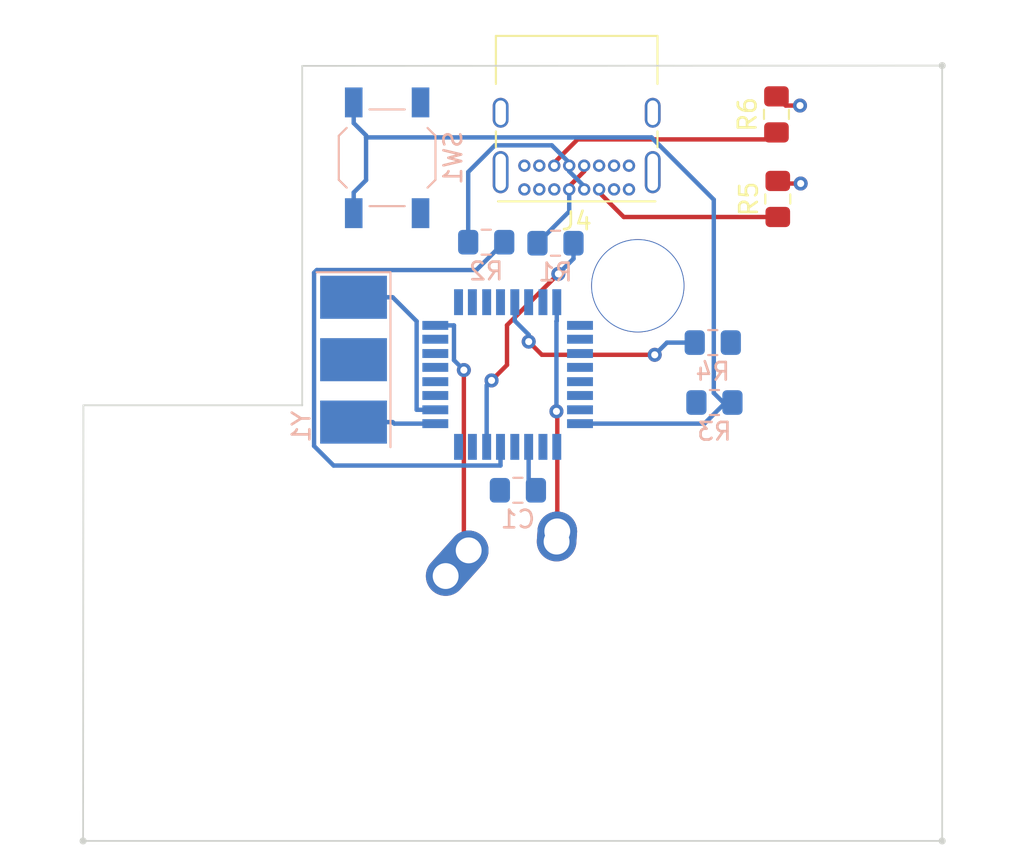
<source format=kicad_pcb>
(kicad_pcb (version 20171130) (host pcbnew "(5.1.6)-1")

  (general
    (thickness 1.6)
    (drawings 12)
    (tracks 91)
    (zones 0)
    (modules 16)
    (nets 34)
  )

  (page A2)
  (layers
    (0 F.Cu signal)
    (31 B.Cu signal)
    (32 B.Adhes user)
    (33 F.Adhes user)
    (34 B.Paste user)
    (35 F.Paste user)
    (36 B.SilkS user)
    (37 F.SilkS user hide)
    (38 B.Mask user)
    (39 F.Mask user)
    (40 Dwgs.User user hide)
    (41 Cmts.User user)
    (42 Eco1.User user)
    (43 Eco2.User user)
    (44 Edge.Cuts user)
    (45 Margin user)
    (46 B.CrtYd user)
    (47 F.CrtYd user)
    (48 B.Fab user)
    (49 F.Fab user)
  )

  (setup
    (last_trace_width 0.25)
    (user_trace_width 0.2)
    (trace_clearance 0.2)
    (zone_clearance 0.508)
    (zone_45_only no)
    (trace_min 0.2)
    (via_size 0.8)
    (via_drill 0.4)
    (via_min_size 0.4)
    (via_min_drill 0.3)
    (uvia_size 0.3)
    (uvia_drill 0.1)
    (uvias_allowed no)
    (uvia_min_size 0.2)
    (uvia_min_drill 0.1)
    (edge_width 0.1)
    (segment_width 0.2)
    (pcb_text_width 0.3)
    (pcb_text_size 1.5 1.5)
    (mod_edge_width 0.15)
    (mod_text_size 1 1)
    (mod_text_width 0.15)
    (pad_size 2.1 2.1)
    (pad_drill 2.1)
    (pad_to_mask_clearance 0)
    (aux_axis_origin 0 0)
    (visible_elements 7FFFFFFF)
    (pcbplotparams
      (layerselection 0x010fc_ffffffff)
      (usegerberextensions false)
      (usegerberattributes false)
      (usegerberadvancedattributes false)
      (creategerberjobfile false)
      (excludeedgelayer true)
      (linewidth 0.100000)
      (plotframeref false)
      (viasonmask false)
      (mode 1)
      (useauxorigin false)
      (hpglpennumber 1)
      (hpglpenspeed 20)
      (hpglpendiameter 15.000000)
      (psnegative false)
      (psa4output false)
      (plotreference true)
      (plotvalue true)
      (plotinvisibletext false)
      (padsonsilk false)
      (subtractmaskfromsilk false)
      (outputformat 1)
      (mirror false)
      (drillshape 1)
      (scaleselection 1)
      (outputdirectory ""))
  )

  (net 0 "")
  (net 1 GND)
  (net 2 VCC)
  (net 3 "Net-(C1-Pad2)")
  (net 4 "Net-(J4-PadB5)")
  (net 5 "Net-(J4-PadB8)")
  (net 6 "Net-(J4-PadA8)")
  (net 7 "Net-(J4-PadA7)")
  (net 8 "Net-(J4-PadA6)")
  (net 9 "Net-(J4-PadA5)")
  (net 10 "Net-(R1-Pad2)")
  (net 11 "Net-(R2-Pad2)")
  (net 12 "Net-(R3-Pad2)")
  (net 13 "Net-(R4-Pad1)")
  (net 14 "Net-(U1-Pad26)")
  (net 15 "Net-(U1-Pad25)")
  (net 16 "Net-(U1-Pad23)")
  (net 17 "Net-(U1-Pad22)")
  (net 18 "Net-(U1-Pad20)")
  (net 19 "Net-(U1-Pad19)")
  (net 20 "Net-(U1-Pad18)")
  (net 21 "Net-(U1-Pad17)")
  (net 22 "Net-(U1-Pad15)")
  (net 23 "Net-(U1-Pad14)")
  (net 24 "Net-(U1-Pad12)")
  (net 25 "Net-(U1-Pad11)")
  (net 26 "Net-(U1-Pad10)")
  (net 27 "Net-(U1-Pad9)")
  (net 28 "Net-(U1-Pad7)")
  (net 29 "Net-(U1-Pad6)")
  (net 30 "Net-(U1-Pad5)")
  (net 31 "Net-(U1-Pad2)")
  (net 32 "Net-(U1-Pad1)")
  (net 33 "Net-(U1-Pad21)")

  (net_class Default "This is the default net class."
    (clearance 0.2)
    (trace_width 0.25)
    (via_dia 0.8)
    (via_drill 0.4)
    (uvia_dia 0.3)
    (uvia_drill 0.1)
    (add_net GND)
    (add_net "Net-(C1-Pad2)")
    (add_net "Net-(J4-PadA5)")
    (add_net "Net-(J4-PadA6)")
    (add_net "Net-(J4-PadA7)")
    (add_net "Net-(J4-PadA8)")
    (add_net "Net-(J4-PadB5)")
    (add_net "Net-(J4-PadB8)")
    (add_net "Net-(R1-Pad2)")
    (add_net "Net-(R2-Pad2)")
    (add_net "Net-(R3-Pad2)")
    (add_net "Net-(R4-Pad1)")
    (add_net "Net-(U1-Pad1)")
    (add_net "Net-(U1-Pad10)")
    (add_net "Net-(U1-Pad11)")
    (add_net "Net-(U1-Pad12)")
    (add_net "Net-(U1-Pad14)")
    (add_net "Net-(U1-Pad15)")
    (add_net "Net-(U1-Pad17)")
    (add_net "Net-(U1-Pad18)")
    (add_net "Net-(U1-Pad19)")
    (add_net "Net-(U1-Pad2)")
    (add_net "Net-(U1-Pad20)")
    (add_net "Net-(U1-Pad21)")
    (add_net "Net-(U1-Pad22)")
    (add_net "Net-(U1-Pad23)")
    (add_net "Net-(U1-Pad25)")
    (add_net "Net-(U1-Pad26)")
    (add_net "Net-(U1-Pad5)")
    (add_net "Net-(U1-Pad6)")
    (add_net "Net-(U1-Pad7)")
    (add_net "Net-(U1-Pad9)")
    (add_net VCC)
  )

  (module MountingHole:MountingHole_2.1mm (layer F.Cu) (tedit 5B924765) (tstamp 5F0501A8)
    (at 62.47384 58.09742)
    (descr "Mounting Hole 2.1mm, no annular")
    (tags "mounting hole 2.1mm no annular")
    (attr virtual)
    (fp_text reference "" (at 0 -3.2) (layer F.SilkS)
      (effects (font (size 1 1) (thickness 0.15)))
    )
    (fp_text value MountingHole_2.1mm (at 0 3.2) (layer F.Fab)
      (effects (font (size 1 1) (thickness 0.15)))
    )
    (fp_text user %R (at 0.3 0) (layer F.Fab)
      (effects (font (size 1 1) (thickness 0.15)))
    )
    (fp_circle (center 0 0) (end 2.1 0) (layer Cmts.User) (width 0.15))
    (fp_circle (center 0 0) (end 2.35 0) (layer F.CrtYd) (width 0.05))
    (pad "" np_thru_hole circle (at 0 0) (size 2.1 2.1) (drill 2.1) (layers *.Cu *.Mask))
  )

  (module MountingHole:MountingHole_2.1mm (layer F.Cu) (tedit 5B924765) (tstamp 5F050184)
    (at 62.47384 20.12696)
    (descr "Mounting Hole 2.1mm, no annular")
    (tags "mounting hole 2.1mm no annular")
    (attr virtual)
    (fp_text reference "" (at 0 -3.2) (layer F.SilkS) hide
      (effects (font (size 1 1) (thickness 0.15)))
    )
    (fp_text value MountingHole_2.1mm (at 0 3.2) (layer F.Fab)
      (effects (font (size 1 1) (thickness 0.15)))
    )
    (fp_text user %R (at 0.3 0) (layer F.Fab)
      (effects (font (size 1 1) (thickness 0.15)))
    )
    (fp_circle (center 0 0) (end 2.1 0) (layer Cmts.User) (width 0.15))
    (fp_circle (center 0 0) (end 2.35 0) (layer F.CrtYd) (width 0.05))
    (pad "" np_thru_hole circle (at 0 0) (size 2.1 2.1) (drill 2.1) (layers *.Cu *.Mask))
  )

  (module MountingHole:MountingHole_2.1mm (layer F.Cu) (tedit 5B924765) (tstamp 5F05012C)
    (at 20.32762 58.09742)
    (descr "Mounting Hole 2.1mm, no annular")
    (tags "mounting hole 2.1mm no annular")
    (attr virtual)
    (fp_text reference "" (at 0 -3.2) (layer F.SilkS)
      (effects (font (size 1 1) (thickness 0.15)))
    )
    (fp_text value MountingHole_2.1mm (at 0 3.2) (layer F.Fab)
      (effects (font (size 1 1) (thickness 0.15)))
    )
    (fp_text user %R (at 0.3 0) (layer F.Fab)
      (effects (font (size 1 1) (thickness 0.15)))
    )
    (fp_circle (center 0 0) (end 2.1 0) (layer Cmts.User) (width 0.15))
    (fp_circle (center 0 0) (end 2.35 0) (layer F.CrtYd) (width 0.05))
    (pad "" np_thru_hole circle (at 0 0) (size 2.1 2.1) (drill 2.1) (layers *.Cu *.Mask))
  )

  (module MountingHole:MountingHole_2.1mm (layer F.Cu) (tedit 5B924765) (tstamp 5F04FE11)
    (at 20.32762 39.46398)
    (descr "Mounting Hole 2.1mm, no annular")
    (tags "mounting hole 2.1mm no annular")
    (attr virtual)
    (fp_text reference REF** (at 0 -3.2) (layer F.SilkS) hide
      (effects (font (size 1 1) (thickness 0.15)))
    )
    (fp_text value MountingHole_2.1mm (at 0 3.2) (layer F.Fab)
      (effects (font (size 1 1) (thickness 0.15)))
    )
    (fp_text user . (at 0.3 0) (layer F.Fab) hide
      (effects (font (size 1 1) (thickness 0.15)))
    )
    (fp_circle (center 0 0) (end 2.1 0) (layer Cmts.User) (width 0.15))
    (fp_circle (center 0 0) (end 2.35 0) (layer F.CrtYd) (width 0.05))
    (pad "" np_thru_hole circle (at 0 0) (size 2.1 2.1) (drill 2.1) (layers *.Cu *.Mask))
  )

  (module Resistor_SMD:R_0805_2012Metric_Pad1.15x1.40mm_HandSolder (layer F.Cu) (tedit 5B36C52B) (tstamp 5EFE9FD1)
    (at 56.4363 19.7764 90)
    (descr "Resistor SMD 0805 (2012 Metric), square (rectangular) end terminal, IPC_7351 nominal with elongated pad for handsoldering. (Body size source: https://docs.google.com/spreadsheets/d/1BsfQQcO9C6DZCsRaXUlFlo91Tg2WpOkGARC1WS5S8t0/edit?usp=sharing), generated with kicad-footprint-generator")
    (tags "resistor handsolder")
    (path /5EFEF7C3)
    (attr smd)
    (fp_text reference R6 (at 0 -1.65 90) (layer F.SilkS)
      (effects (font (size 1 1) (thickness 0.15)))
    )
    (fp_text value 5.1kohm (at 0 1.65 90) (layer F.Fab)
      (effects (font (size 1 1) (thickness 0.15)))
    )
    (fp_line (start -1 0.6) (end -1 -0.6) (layer F.Fab) (width 0.1))
    (fp_line (start -1 -0.6) (end 1 -0.6) (layer F.Fab) (width 0.1))
    (fp_line (start 1 -0.6) (end 1 0.6) (layer F.Fab) (width 0.1))
    (fp_line (start 1 0.6) (end -1 0.6) (layer F.Fab) (width 0.1))
    (fp_line (start -0.261252 -0.71) (end 0.261252 -0.71) (layer F.SilkS) (width 0.12))
    (fp_line (start -0.261252 0.71) (end 0.261252 0.71) (layer F.SilkS) (width 0.12))
    (fp_line (start -1.85 0.95) (end -1.85 -0.95) (layer F.CrtYd) (width 0.05))
    (fp_line (start -1.85 -0.95) (end 1.85 -0.95) (layer F.CrtYd) (width 0.05))
    (fp_line (start 1.85 -0.95) (end 1.85 0.95) (layer F.CrtYd) (width 0.05))
    (fp_line (start 1.85 0.95) (end -1.85 0.95) (layer F.CrtYd) (width 0.05))
    (fp_text user %R (at 0 0 90) (layer F.Fab)
      (effects (font (size 0.5 0.5) (thickness 0.08)))
    )
    (pad 2 smd roundrect (at 1.025 0 90) (size 1.15 1.4) (layers F.Cu F.Paste F.Mask) (roundrect_rratio 0.217391)
      (net 1 GND))
    (pad 1 smd roundrect (at -1.025 0 90) (size 1.15 1.4) (layers F.Cu F.Paste F.Mask) (roundrect_rratio 0.217391)
      (net 4 "Net-(J4-PadB5)"))
    (model ${KISYS3DMOD}/Resistor_SMD.3dshapes/R_0805_2012Metric.wrl
      (at (xyz 0 0 0))
      (scale (xyz 1 1 1))
      (rotate (xyz 0 0 0))
    )
  )

  (module Resistor_SMD:R_0805_2012Metric_Pad1.15x1.40mm_HandSolder (layer F.Cu) (tedit 5B36C52B) (tstamp 5EFE9FC0)
    (at 56.5125 24.5872 90)
    (descr "Resistor SMD 0805 (2012 Metric), square (rectangular) end terminal, IPC_7351 nominal with elongated pad for handsoldering. (Body size source: https://docs.google.com/spreadsheets/d/1BsfQQcO9C6DZCsRaXUlFlo91Tg2WpOkGARC1WS5S8t0/edit?usp=sharing), generated with kicad-footprint-generator")
    (tags "resistor handsolder")
    (path /5EFEA4D0)
    (attr smd)
    (fp_text reference R5 (at 0 -1.65 90) (layer F.SilkS)
      (effects (font (size 1 1) (thickness 0.15)))
    )
    (fp_text value 5.1kohm (at 0 1.65 90) (layer F.Fab)
      (effects (font (size 1 1) (thickness 0.15)))
    )
    (fp_line (start -1 0.6) (end -1 -0.6) (layer F.Fab) (width 0.1))
    (fp_line (start -1 -0.6) (end 1 -0.6) (layer F.Fab) (width 0.1))
    (fp_line (start 1 -0.6) (end 1 0.6) (layer F.Fab) (width 0.1))
    (fp_line (start 1 0.6) (end -1 0.6) (layer F.Fab) (width 0.1))
    (fp_line (start -0.261252 -0.71) (end 0.261252 -0.71) (layer F.SilkS) (width 0.12))
    (fp_line (start -0.261252 0.71) (end 0.261252 0.71) (layer F.SilkS) (width 0.12))
    (fp_line (start -1.85 0.95) (end -1.85 -0.95) (layer F.CrtYd) (width 0.05))
    (fp_line (start -1.85 -0.95) (end 1.85 -0.95) (layer F.CrtYd) (width 0.05))
    (fp_line (start 1.85 -0.95) (end 1.85 0.95) (layer F.CrtYd) (width 0.05))
    (fp_line (start 1.85 0.95) (end -1.85 0.95) (layer F.CrtYd) (width 0.05))
    (fp_text user %R (at 0 0 90) (layer F.Fab)
      (effects (font (size 0.5 0.5) (thickness 0.08)))
    )
    (pad 2 smd roundrect (at 1.025 0 90) (size 1.15 1.4) (layers F.Cu F.Paste F.Mask) (roundrect_rratio 0.217391)
      (net 1 GND))
    (pad 1 smd roundrect (at -1.025 0 90) (size 1.15 1.4) (layers F.Cu F.Paste F.Mask) (roundrect_rratio 0.217391)
      (net 9 "Net-(J4-PadA5)"))
    (model ${KISYS3DMOD}/Resistor_SMD.3dshapes/R_0805_2012Metric.wrl
      (at (xyz 0 0 0))
      (scale (xyz 1 1 1))
      (rotate (xyz 0 0 0))
    )
  )

  (module MX_Alps_Hybrid:MX-2.25U-NoLED (layer F.Cu) (tedit 5EFFEFA9) (tstamp 7FFFFFFF)
    (at 41.4312 48.575)
    (fp_text reference K_BOTTOM_ENTER (at 0 3.175) (layer Dwgs.User)
      (effects (font (size 1 1) (thickness 0.15)))
    )
    (fp_text value KEYSW (at 0 -7.9375) (layer Dwgs.User)
      (effects (font (size 1 1) (thickness 0.15)))
    )
    (fp_line (start 5 -7) (end 7 -7) (layer Dwgs.User) (width 0.15))
    (fp_line (start 7 -7) (end 7 -5) (layer Dwgs.User) (width 0.15))
    (fp_line (start 5 7) (end 7 7) (layer Dwgs.User) (width 0.15))
    (fp_line (start 7 7) (end 7 5) (layer Dwgs.User) (width 0.15))
    (fp_line (start -7 5) (end -7 7) (layer Dwgs.User) (width 0.15))
    (fp_line (start -7 7) (end -5 7) (layer Dwgs.User) (width 0.15))
    (fp_line (start -5 -7) (end -7 -7) (layer Dwgs.User) (width 0.15))
    (fp_line (start -7 -7) (end -7 -5) (layer Dwgs.User) (width 0.15))
    (fp_line (start -21.43125 -9.525) (end 21.43125 -9.525) (layer Dwgs.User) (width 0.15))
    (fp_line (start 21.43125 -9.525) (end 21.43125 9.525) (layer Dwgs.User) (width 0.15))
    (fp_line (start 21.43125 9.525) (end -21.43125 9.525) (layer Dwgs.User) (width 0.15))
    (fp_line (start -21.43125 9.525) (end -21.43125 -9.525) (layer Dwgs.User) (width 0.15))
    (pad 1 thru_hole circle (at -2.5 -4) (size 2.25 2.25) (drill 1.47) (layers *.Cu B.Mask))
    (pad 1 thru_hole oval (at -3.81 -2.54 48) (size 4.211556 2.25) (drill 1.47 (offset 0.980778 0)) (layers *.Cu B.Mask))
    (pad 2 thru_hole oval (at 2.5 -4.5 86) (size 2.831378 2.25) (drill 1.47 (offset 0.290689 0)) (layers *.Cu *.Mask))
    (pad 2 thru_hole circle (at 2.54 -5.08) (size 2.25 2.25) (drill 1.47) (layers *.Cu B.Mask))
    (pad "" np_thru_hole circle (at 0 0) (size 3.9878 3.9878) (drill 3.9878) (layers *.Cu *.Mask))
    (pad "" np_thru_hole circle (at -5.08 0 48.0996) (size 1.75 1.75) (drill 1.75) (layers *.Cu *.Mask))
    (pad "" np_thru_hole circle (at 5.08 0 48.0996) (size 1.75 1.75) (drill 1.75) (layers *.Cu *.Mask))
    (pad "" np_thru_hole circle (at -11.938 -6.985) (size 3.048 3.048) (drill 3.048) (layers *.Cu *.Mask))
    (pad "" np_thru_hole circle (at 11.938 -6.985) (size 3.048 3.048) (drill 3.048) (layers *.Cu *.Mask))
    (pad "" np_thru_hole circle (at -11.938 8.255) (size 3.9878 3.9878) (drill 3.9878) (layers *.Cu *.Mask))
    (pad "" np_thru_hole circle (at 11.938 8.255) (size 3.9878 3.9878) (drill 3.9878) (layers *.Cu *.Mask))
  )

  (module Capacitor_SMD:C_0805_2012Metric_Pad1.15x1.40mm_HandSolder (layer B.Cu) (tedit 5B36C52B) (tstamp 5EFE334B)
    (at 41.731 41.1556)
    (descr "Capacitor SMD 0805 (2012 Metric), square (rectangular) end terminal, IPC_7351 nominal with elongated pad for handsoldering. (Body size source: https://docs.google.com/spreadsheets/d/1BsfQQcO9C6DZCsRaXUlFlo91Tg2WpOkGARC1WS5S8t0/edit?usp=sharing), generated with kicad-footprint-generator")
    (tags "capacitor handsolder")
    (path /5F0585E3)
    (attr smd)
    (fp_text reference C1 (at 0 1.65) (layer B.SilkS)
      (effects (font (size 1 1) (thickness 0.15)) (justify mirror))
    )
    (fp_text value C6 (at 0 -1.65) (layer B.Fab)
      (effects (font (size 1 1) (thickness 0.15)) (justify mirror))
    )
    (fp_line (start -1 -0.6) (end -1 0.6) (layer B.Fab) (width 0.1))
    (fp_line (start -1 0.6) (end 1 0.6) (layer B.Fab) (width 0.1))
    (fp_line (start 1 0.6) (end 1 -0.6) (layer B.Fab) (width 0.1))
    (fp_line (start 1 -0.6) (end -1 -0.6) (layer B.Fab) (width 0.1))
    (fp_line (start -0.261252 0.71) (end 0.261252 0.71) (layer B.SilkS) (width 0.12))
    (fp_line (start -0.261252 -0.71) (end 0.261252 -0.71) (layer B.SilkS) (width 0.12))
    (fp_line (start -1.85 -0.95) (end -1.85 0.95) (layer B.CrtYd) (width 0.05))
    (fp_line (start -1.85 0.95) (end 1.85 0.95) (layer B.CrtYd) (width 0.05))
    (fp_line (start 1.85 0.95) (end 1.85 -0.95) (layer B.CrtYd) (width 0.05))
    (fp_line (start 1.85 -0.95) (end -1.85 -0.95) (layer B.CrtYd) (width 0.05))
    (fp_text user %R (at 0 0) (layer B.Fab)
      (effects (font (size 0.5 0.5) (thickness 0.08)) (justify mirror))
    )
    (pad 2 smd roundrect (at 1.025 0) (size 1.15 1.4) (layers B.Cu B.Paste B.Mask) (roundrect_rratio 0.217391)
      (net 3 "Net-(C1-Pad2)"))
    (pad 1 smd roundrect (at -1.025 0) (size 1.15 1.4) (layers B.Cu B.Paste B.Mask) (roundrect_rratio 0.217391)
      (net 1 GND))
    (model ${KISYS3DMOD}/Capacitor_SMD.3dshapes/C_0805_2012Metric.wrl
      (at (xyz 0 0 0))
      (scale (xyz 1 1 1))
      (rotate (xyz 0 0 0))
    )
  )

  (module Crystal:Resonator_SMD-3Pin_7.2x3.0mm_HandSoldering (layer B.Cu) (tedit 5A0FD1B2) (tstamp 5EFE34F4)
    (at 32.3825 33.7287 270)
    (descr "SMD Resomator/Filter 7.2x3.0mm, Murata CSTCC8M00G53-R0; 8MHz resonator, SMD, Farnell (Element 14) #1170435, http://www.farnell.com/datasheets/19296.pdf?_ga=1.247244932.122297557.1475167906, hand-soldering, 7.2x3.0mm^2 package")
    (tags "SMD SMT ceramic resonator filter filter hand-soldering")
    (path /5F04EADA)
    (attr smd)
    (fp_text reference Y1 (at 3.81762 2.96672 270) (layer B.SilkS)
      (effects (font (size 1 1) (thickness 0.15)) (justify mirror))
    )
    (fp_text value Resonator (at 0 -2.9 270) (layer B.Fab)
      (effects (font (size 1 1) (thickness 0.15)) (justify mirror))
    )
    (fp_line (start 5.1 2.2) (end -5.1 2.2) (layer B.CrtYd) (width 0.05))
    (fp_line (start 5.1 -2.2) (end 5.1 2.2) (layer B.CrtYd) (width 0.05))
    (fp_line (start -5.1 -2.2) (end 5.1 -2.2) (layer B.CrtYd) (width 0.05))
    (fp_line (start -5.1 2.2) (end -5.1 -2.2) (layer B.CrtYd) (width 0.05))
    (fp_line (start -4.975 -2.1) (end 4.975 -2.1) (layer B.SilkS) (width 0.12))
    (fp_line (start -4.975 2.1) (end -4.975 -2.1) (layer B.SilkS) (width 0.12))
    (fp_line (start -3.6 -0.5) (end -2.6 -1.5) (layer B.Fab) (width 0.1))
    (fp_line (start 3.6 1.5) (end -3.6 1.5) (layer B.Fab) (width 0.1))
    (fp_line (start 3.6 -1.5) (end 3.6 1.5) (layer B.Fab) (width 0.1))
    (fp_line (start -3.6 -1.5) (end 3.6 -1.5) (layer B.Fab) (width 0.1))
    (fp_line (start -3.6 1.5) (end -3.6 -1.5) (layer B.Fab) (width 0.1))
    (fp_text user %R (at 0 0 270) (layer B.Fab)
      (effects (font (size 1 1) (thickness 0.15)) (justify mirror))
    )
    (pad 3 smd rect (at 3.55 0 270) (size 2.45 3.8) (layers B.Cu B.Paste B.Mask)
      (net 32 "Net-(U1-Pad1)"))
    (pad 2 smd rect (at 0 0 270) (size 2.45 3.8) (layers B.Cu B.Paste B.Mask)
      (net 1 GND))
    (pad 1 smd rect (at -3.55 0 270) (size 2.45 3.8) (layers B.Cu B.Paste B.Mask)
      (net 31 "Net-(U1-Pad2)"))
    (model ${KISYS3DMOD}/Crystal.3dshapes/Resonator_SMD-3Pin_7.2x3.0mm_HandSoldering.wrl
      (at (xyz 0 0 0))
      (scale (xyz 1 1 1))
      (rotate (xyz 0 0 0))
    )
  )

  (module keyboard_parts:ATMEGA16U2-AUR (layer B.Cu) (tedit 5EFFEF58) (tstamp 5EFE34E1)
    (at 41.148 34.5719)
    (path /5EFD339A)
    (fp_text reference U1 (at -0.280155 -6.952565) (layer B.SilkS) hide
      (effects (font (size 1.644339 1.644339) (thickness 0.015)) (justify mirror))
    )
    (fp_text value ATMEGA32U2 (at 13.73378 12.37234) (layer B.Fab) hide
      (effects (font (size 1.641409 1.641409) (thickness 0.015)) (justify mirror))
    )
    (fp_line (start -3.5052 3.0226) (end -3.5052 -3.0226) (layer B.Fab) (width 0.1))
    (fp_line (start 2.5654 3.5052) (end -2.5654 3.5052) (layer B.Fab) (width 0.1))
    (fp_line (start 3.5052 -2.2352) (end 3.5052 2.2352) (layer B.Fab) (width 0.1))
    (fp_line (start -1.778 -3.5052) (end 1.778 -3.5052) (layer B.Fab) (width 0.1))
    (fp_line (start -3.5052 2.2352) (end -2.2352 3.5052) (layer B.Fab) (width 0.1))
    (fp_line (start 4.4958 3.0226) (end 3.5052 3.0226) (layer B.Fab) (width 0.1))
    (fp_line (start 4.4958 2.5654) (end 4.4958 3.0226) (layer B.Fab) (width 0.1))
    (fp_line (start 3.5052 2.5654) (end 4.4958 2.5654) (layer B.Fab) (width 0.1))
    (fp_line (start 3.5052 3.0226) (end 3.5052 2.5654) (layer B.Fab) (width 0.1))
    (fp_line (start 4.4958 2.2352) (end 3.5052 2.2352) (layer B.Fab) (width 0.1))
    (fp_line (start 4.4958 1.778) (end 4.4958 2.2352) (layer B.Fab) (width 0.1))
    (fp_line (start 3.5052 1.778) (end 4.4958 1.778) (layer B.Fab) (width 0.1))
    (fp_line (start 3.5052 2.2352) (end 3.5052 1.778) (layer B.Fab) (width 0.1))
    (fp_line (start 4.4958 1.4224) (end 3.5052 1.4224) (layer B.Fab) (width 0.1))
    (fp_line (start 4.4958 0.9652) (end 4.4958 1.4224) (layer B.Fab) (width 0.1))
    (fp_line (start 3.5052 0.9652) (end 4.4958 0.9652) (layer B.Fab) (width 0.1))
    (fp_line (start 3.5052 1.4224) (end 3.5052 0.9652) (layer B.Fab) (width 0.1))
    (fp_line (start 4.4958 0.635) (end 3.5052 0.635) (layer B.Fab) (width 0.1))
    (fp_line (start 4.4958 0.1778) (end 4.4958 0.635) (layer B.Fab) (width 0.1))
    (fp_line (start 3.5052 0.1778) (end 4.4958 0.1778) (layer B.Fab) (width 0.1))
    (fp_line (start 3.5052 0.635) (end 3.5052 0.1778) (layer B.Fab) (width 0.1))
    (fp_line (start 4.4958 -0.1778) (end 3.5052 -0.1778) (layer B.Fab) (width 0.1))
    (fp_line (start 4.4958 -0.635) (end 4.4958 -0.1778) (layer B.Fab) (width 0.1))
    (fp_line (start 3.5052 -0.635) (end 4.4958 -0.635) (layer B.Fab) (width 0.1))
    (fp_line (start 3.5052 -0.1778) (end 3.5052 -0.635) (layer B.Fab) (width 0.1))
    (fp_line (start 4.4958 -0.9652) (end 3.5052 -0.9652) (layer B.Fab) (width 0.1))
    (fp_line (start 4.4958 -1.4224) (end 4.4958 -0.9652) (layer B.Fab) (width 0.1))
    (fp_line (start 3.5052 -1.4224) (end 4.4958 -1.4224) (layer B.Fab) (width 0.1))
    (fp_line (start 3.5052 -0.9652) (end 3.5052 -1.4224) (layer B.Fab) (width 0.1))
    (fp_line (start 4.4958 -1.778) (end 3.5052 -1.778) (layer B.Fab) (width 0.1))
    (fp_line (start 4.4958 -2.2352) (end 4.4958 -1.778) (layer B.Fab) (width 0.1))
    (fp_line (start 3.5052 -2.2352) (end 4.4958 -2.2352) (layer B.Fab) (width 0.1))
    (fp_line (start 3.5052 -1.778) (end 3.5052 -2.2352) (layer B.Fab) (width 0.1))
    (fp_line (start 4.4958 -2.5654) (end 3.5052 -2.5654) (layer B.Fab) (width 0.1))
    (fp_line (start 4.4958 -3.0226) (end 4.4958 -2.5654) (layer B.Fab) (width 0.1))
    (fp_line (start 3.5052 -3.0226) (end 4.4958 -3.0226) (layer B.Fab) (width 0.1))
    (fp_line (start 3.5052 -2.5654) (end 3.5052 -3.0226) (layer B.Fab) (width 0.1))
    (fp_line (start 3.0226 -4.4958) (end 3.0226 -3.5052) (layer B.Fab) (width 0.1))
    (fp_line (start 2.5654 -4.4958) (end 3.0226 -4.4958) (layer B.Fab) (width 0.1))
    (fp_line (start 2.5654 -3.5052) (end 2.5654 -4.4958) (layer B.Fab) (width 0.1))
    (fp_line (start 3.0226 -3.5052) (end 2.5654 -3.5052) (layer B.Fab) (width 0.1))
    (fp_line (start 2.2352 -4.4958) (end 2.2352 -3.5052) (layer B.Fab) (width 0.1))
    (fp_line (start 1.778 -4.4958) (end 2.2352 -4.4958) (layer B.Fab) (width 0.1))
    (fp_line (start 1.778 -3.5052) (end 1.778 -4.4958) (layer B.Fab) (width 0.1))
    (fp_line (start 2.2352 -3.5052) (end 1.778 -3.5052) (layer B.Fab) (width 0.1))
    (fp_line (start 1.4224 -4.4958) (end 1.4224 -3.5052) (layer B.Fab) (width 0.1))
    (fp_line (start 0.9652 -4.4958) (end 1.4224 -4.4958) (layer B.Fab) (width 0.1))
    (fp_line (start 0.9652 -3.5052) (end 0.9652 -4.4958) (layer B.Fab) (width 0.1))
    (fp_line (start 1.4224 -3.5052) (end 0.9652 -3.5052) (layer B.Fab) (width 0.1))
    (fp_line (start 0.635 -4.4958) (end 0.635 -3.5052) (layer B.Fab) (width 0.1))
    (fp_line (start 0.1778 -4.4958) (end 0.635 -4.4958) (layer B.Fab) (width 0.1))
    (fp_line (start 0.1778 -3.5052) (end 0.1778 -4.4958) (layer B.Fab) (width 0.1))
    (fp_line (start 0.635 -3.5052) (end 0.1778 -3.5052) (layer B.Fab) (width 0.1))
    (fp_line (start -0.1778 -4.4958) (end -0.1778 -3.5052) (layer B.Fab) (width 0.1))
    (fp_line (start -0.635 -4.4958) (end -0.1778 -4.4958) (layer B.Fab) (width 0.1))
    (fp_line (start -0.635 -3.5052) (end -0.635 -4.4958) (layer B.Fab) (width 0.1))
    (fp_line (start -0.1778 -3.5052) (end -0.635 -3.5052) (layer B.Fab) (width 0.1))
    (fp_line (start -0.9652 -4.4958) (end -0.9652 -3.5052) (layer B.Fab) (width 0.1))
    (fp_line (start -1.4224 -4.4958) (end -0.9652 -4.4958) (layer B.Fab) (width 0.1))
    (fp_line (start -1.4224 -3.5052) (end -1.4224 -4.4958) (layer B.Fab) (width 0.1))
    (fp_line (start -0.9652 -3.5052) (end -1.4224 -3.5052) (layer B.Fab) (width 0.1))
    (fp_line (start -1.778 -4.4958) (end -1.778 -3.5052) (layer B.Fab) (width 0.1))
    (fp_line (start -2.2352 -4.4958) (end -1.778 -4.4958) (layer B.Fab) (width 0.1))
    (fp_line (start -2.2352 -3.5052) (end -2.2352 -4.4958) (layer B.Fab) (width 0.1))
    (fp_line (start -1.778 -3.5052) (end -2.2352 -3.5052) (layer B.Fab) (width 0.1))
    (fp_line (start -2.5654 -4.4958) (end -2.5654 -3.5052) (layer B.Fab) (width 0.1))
    (fp_line (start -3.0226 -4.4958) (end -2.5654 -4.4958) (layer B.Fab) (width 0.1))
    (fp_line (start -3.0226 -3.5052) (end -3.0226 -4.4958) (layer B.Fab) (width 0.1))
    (fp_line (start -2.5654 -3.5052) (end -3.0226 -3.5052) (layer B.Fab) (width 0.1))
    (fp_line (start -4.4958 -3.0226) (end -3.5052 -3.0226) (layer B.Fab) (width 0.1))
    (fp_line (start -4.4958 -2.5654) (end -4.4958 -3.0226) (layer B.Fab) (width 0.1))
    (fp_line (start -3.5052 -2.5654) (end -4.4958 -2.5654) (layer B.Fab) (width 0.1))
    (fp_line (start -3.5052 -3.0226) (end -3.5052 -2.5654) (layer B.Fab) (width 0.1))
    (fp_line (start -4.4958 -2.2352) (end -3.5052 -2.2352) (layer B.Fab) (width 0.1))
    (fp_line (start -4.4958 -1.778) (end -4.4958 -2.2352) (layer B.Fab) (width 0.1))
    (fp_line (start -3.5052 -1.778) (end -4.4958 -1.778) (layer B.Fab) (width 0.1))
    (fp_line (start -3.5052 -2.2352) (end -3.5052 -1.778) (layer B.Fab) (width 0.1))
    (fp_line (start -4.4958 -1.4224) (end -3.5052 -1.4224) (layer B.Fab) (width 0.1))
    (fp_line (start -4.4958 -0.9652) (end -4.4958 -1.4224) (layer B.Fab) (width 0.1))
    (fp_line (start -3.5052 -0.9652) (end -4.4958 -0.9652) (layer B.Fab) (width 0.1))
    (fp_line (start -3.5052 -1.4224) (end -3.5052 -0.9652) (layer B.Fab) (width 0.1))
    (fp_line (start -4.4958 -0.635) (end -3.5052 -0.635) (layer B.Fab) (width 0.1))
    (fp_line (start -4.4958 -0.1778) (end -4.4958 -0.635) (layer B.Fab) (width 0.1))
    (fp_line (start -3.5052 -0.1778) (end -4.4958 -0.1778) (layer B.Fab) (width 0.1))
    (fp_line (start -3.5052 -0.635) (end -3.5052 -0.1778) (layer B.Fab) (width 0.1))
    (fp_line (start -4.4958 0.1778) (end -3.5052 0.1778) (layer B.Fab) (width 0.1))
    (fp_line (start -4.4958 0.635) (end -4.4958 0.1778) (layer B.Fab) (width 0.1))
    (fp_line (start -3.5052 0.635) (end -4.4958 0.635) (layer B.Fab) (width 0.1))
    (fp_line (start -3.5052 0.1778) (end -3.5052 0.635) (layer B.Fab) (width 0.1))
    (fp_line (start -4.4958 0.9652) (end -3.5052 0.9652) (layer B.Fab) (width 0.1))
    (fp_line (start -4.4958 1.4224) (end -4.4958 0.9652) (layer B.Fab) (width 0.1))
    (fp_line (start -3.5052 1.4224) (end -4.4958 1.4224) (layer B.Fab) (width 0.1))
    (fp_line (start -3.5052 0.9652) (end -3.5052 1.4224) (layer B.Fab) (width 0.1))
    (fp_line (start -4.4958 1.778) (end -3.5052 1.778) (layer B.Fab) (width 0.1))
    (fp_line (start -4.4958 2.2352) (end -4.4958 1.778) (layer B.Fab) (width 0.1))
    (fp_line (start -3.5052 2.2352) (end -4.4958 2.2352) (layer B.Fab) (width 0.1))
    (fp_line (start -3.5052 1.778) (end -3.5052 2.2352) (layer B.Fab) (width 0.1))
    (fp_line (start -4.4958 2.5654) (end -3.5052 2.5654) (layer B.Fab) (width 0.1))
    (fp_line (start -4.4958 3.0226) (end -4.4958 2.5654) (layer B.Fab) (width 0.1))
    (fp_line (start -3.5052 3.0226) (end -4.4958 3.0226) (layer B.Fab) (width 0.1))
    (fp_line (start -3.5052 2.5654) (end -3.5052 3.0226) (layer B.Fab) (width 0.1))
    (fp_line (start -3.0226 4.4958) (end -3.0226 3.5052) (layer B.Fab) (width 0.1))
    (fp_line (start -2.5654 4.4958) (end -3.0226 4.4958) (layer B.Fab) (width 0.1))
    (fp_line (start -2.5654 3.5052) (end -2.5654 4.4958) (layer B.Fab) (width 0.1))
    (fp_line (start -3.0226 3.5052) (end -2.5654 3.5052) (layer B.Fab) (width 0.1))
    (fp_line (start -2.2352 4.4958) (end -2.2352 3.5052) (layer B.Fab) (width 0.1))
    (fp_line (start -1.778 4.4958) (end -2.2352 4.4958) (layer B.Fab) (width 0.1))
    (fp_line (start -1.778 3.5052) (end -1.778 4.4958) (layer B.Fab) (width 0.1))
    (fp_line (start -2.2352 3.5052) (end -1.778 3.5052) (layer B.Fab) (width 0.1))
    (fp_line (start -1.4224 4.4958) (end -1.4224 3.5052) (layer B.Fab) (width 0.1))
    (fp_line (start -0.9652 4.4958) (end -1.4224 4.4958) (layer B.Fab) (width 0.1))
    (fp_line (start -0.9652 3.5052) (end -0.9652 4.4958) (layer B.Fab) (width 0.1))
    (fp_line (start -1.4224 3.5052) (end -0.9652 3.5052) (layer B.Fab) (width 0.1))
    (fp_line (start -0.635 4.4958) (end -0.635 3.5052) (layer B.Fab) (width 0.1))
    (fp_line (start -0.1778 4.4958) (end -0.635 4.4958) (layer B.Fab) (width 0.1))
    (fp_line (start -0.1778 3.5052) (end -0.1778 4.4958) (layer B.Fab) (width 0.1))
    (fp_line (start -0.635 3.5052) (end -0.1778 3.5052) (layer B.Fab) (width 0.1))
    (fp_line (start 0.1778 4.4958) (end 0.1778 3.5052) (layer B.Fab) (width 0.1))
    (fp_line (start 0.635 4.4958) (end 0.1778 4.4958) (layer B.Fab) (width 0.1))
    (fp_line (start 0.635 3.5052) (end 0.635 4.4958) (layer B.Fab) (width 0.1))
    (fp_line (start 0.1778 3.5052) (end 0.635 3.5052) (layer B.Fab) (width 0.1))
    (fp_line (start 0.9652 4.4958) (end 0.9652 3.5052) (layer B.Fab) (width 0.1))
    (fp_line (start 1.4224 4.4958) (end 0.9652 4.4958) (layer B.Fab) (width 0.1))
    (fp_line (start 1.4224 3.5052) (end 1.4224 4.4958) (layer B.Fab) (width 0.1))
    (fp_line (start 0.9652 3.5052) (end 1.4224 3.5052) (layer B.Fab) (width 0.1))
    (fp_line (start 1.778 4.4958) (end 1.778 3.5052) (layer B.Fab) (width 0.1))
    (fp_line (start 2.2352 4.4958) (end 1.778 4.4958) (layer B.Fab) (width 0.1))
    (fp_line (start 2.2352 3.5052) (end 2.2352 4.4958) (layer B.Fab) (width 0.1))
    (fp_line (start 1.778 3.5052) (end 2.2352 3.5052) (layer B.Fab) (width 0.1))
    (fp_line (start 2.5654 4.4958) (end 2.5654 3.5052) (layer B.Fab) (width 0.1))
    (fp_line (start 3.0226 4.4958) (end 2.5654 4.4958) (layer B.Fab) (width 0.1))
    (fp_line (start 3.0226 3.5052) (end 3.0226 4.4958) (layer B.Fab) (width 0.1))
    (fp_line (start 2.5654 3.5052) (end 3.0226 3.5052) (layer B.Fab) (width 0.1))
    (fp_line (start -3.5052 -3.0226) (end -3.5052 -3.5052) (layer B.Fab) (width 0.1))
    (fp_line (start -3.5052 -2.2352) (end -3.5052 -2.5654) (layer B.Fab) (width 0.1))
    (fp_line (start -3.5052 -1.4224) (end -3.5052 -1.778) (layer B.Fab) (width 0.1))
    (fp_line (start -3.5052 -0.635) (end -3.5052 -0.9652) (layer B.Fab) (width 0.1))
    (fp_line (start -3.5052 0.1778) (end -3.5052 -0.1778) (layer B.Fab) (width 0.1))
    (fp_line (start -3.5052 0.9652) (end -3.5052 0.635) (layer B.Fab) (width 0.1))
    (fp_line (start -3.5052 1.778) (end -3.5052 1.4224) (layer B.Fab) (width 0.1))
    (fp_line (start -3.5052 2.5654) (end -3.5052 2.2352) (layer B.Fab) (width 0.1))
    (fp_line (start -3.5052 3.5052) (end -3.5052 3.0226) (layer B.Fab) (width 0.1))
    (fp_line (start -3.0226 3.5052) (end -3.5052 3.5052) (layer B.Fab) (width 0.1))
    (fp_line (start -2.2352 3.5052) (end -2.5654 3.5052) (layer B.Fab) (width 0.1))
    (fp_line (start -1.4224 3.5052) (end -1.778 3.5052) (layer B.Fab) (width 0.1))
    (fp_line (start -0.635 3.5052) (end -0.9652 3.5052) (layer B.Fab) (width 0.1))
    (fp_line (start 0.1778 3.5052) (end -0.1778 3.5052) (layer B.Fab) (width 0.1))
    (fp_line (start 0.9652 3.5052) (end 0.635 3.5052) (layer B.Fab) (width 0.1))
    (fp_line (start 1.778 3.5052) (end 1.4224 3.5052) (layer B.Fab) (width 0.1))
    (fp_line (start 2.5654 3.5052) (end 2.2352 3.5052) (layer B.Fab) (width 0.1))
    (fp_line (start 3.5052 3.5052) (end 3.0226 3.5052) (layer B.Fab) (width 0.1))
    (fp_line (start 3.5052 3.0226) (end 3.5052 3.5052) (layer B.Fab) (width 0.1))
    (fp_line (start 3.5052 2.2352) (end 3.5052 2.5654) (layer B.Fab) (width 0.1))
    (fp_line (start 3.5052 1.4224) (end 3.5052 1.778) (layer B.Fab) (width 0.1))
    (fp_line (start 3.5052 0.635) (end 3.5052 0.9652) (layer B.Fab) (width 0.1))
    (fp_line (start 3.5052 -0.1778) (end 3.5052 0.1778) (layer B.Fab) (width 0.1))
    (fp_line (start 3.5052 -0.9652) (end 3.5052 -0.635) (layer B.Fab) (width 0.1))
    (fp_line (start 3.5052 -1.778) (end 3.5052 -1.4224) (layer B.Fab) (width 0.1))
    (fp_line (start 3.5052 -2.5654) (end 3.5052 -2.2352) (layer B.Fab) (width 0.1))
    (fp_line (start 3.5052 -3.5052) (end 3.5052 -3.0226) (layer B.Fab) (width 0.1))
    (fp_line (start 3.0226 -3.5052) (end 3.5052 -3.5052) (layer B.Fab) (width 0.1))
    (fp_line (start 2.2352 -3.5052) (end 2.5654 -3.5052) (layer B.Fab) (width 0.1))
    (fp_line (start 1.4224 -3.5052) (end 1.778 -3.5052) (layer B.Fab) (width 0.1))
    (fp_line (start 0.635 -3.5052) (end 0.9652 -3.5052) (layer B.Fab) (width 0.1))
    (fp_line (start -0.1778 -3.5052) (end 0.1778 -3.5052) (layer B.Fab) (width 0.1))
    (fp_line (start -0.9652 -3.5052) (end -0.635 -3.5052) (layer B.Fab) (width 0.1))
    (fp_line (start -1.778 -3.5052) (end -1.4224 -3.5052) (layer B.Fab) (width 0.1))
    (fp_line (start -2.5654 -3.5052) (end -2.2352 -3.5052) (layer B.Fab) (width 0.1))
    (fp_line (start -3.5052 -3.5052) (end -3.0226 -3.5052) (layer B.Fab) (width 0.1))
    (pad 32 smd rect (at -2.794 4.1148) (size 0.508 1.4732) (layers B.Cu B.Paste B.Mask)
      (net 2 VCC))
    (pad 31 smd rect (at -2.0066 4.1148) (size 0.508 1.4732) (layers B.Cu B.Paste B.Mask)
      (net 2 VCC))
    (pad 30 smd rect (at -1.1938 4.1148) (size 0.508 1.4732) (layers B.Cu B.Paste B.Mask)
      (net 10 "Net-(R1-Pad2)"))
    (pad 29 smd rect (at -0.4064 4.1148) (size 0.508 1.4732) (layers B.Cu B.Paste B.Mask)
      (net 11 "Net-(R2-Pad2)"))
    (pad 28 smd rect (at 0.4064 4.1148) (size 0.508 1.4732) (layers B.Cu B.Paste B.Mask)
      (net 1 GND))
    (pad 27 smd rect (at 1.1938 4.1148) (size 0.508 1.4732) (layers B.Cu B.Paste B.Mask)
      (net 3 "Net-(C1-Pad2)"))
    (pad 26 smd rect (at 2.0066 4.1148) (size 0.508 1.4732) (layers B.Cu B.Paste B.Mask)
      (net 14 "Net-(U1-Pad26)"))
    (pad 25 smd rect (at 2.794 4.1148) (size 0.508 1.4732) (layers B.Cu B.Paste B.Mask)
      (net 15 "Net-(U1-Pad25)"))
    (pad 24 smd rect (at 4.1148 2.794) (size 1.4732 0.508) (layers B.Cu B.Paste B.Mask)
      (net 12 "Net-(R3-Pad2)"))
    (pad 23 smd rect (at 4.1148 2.0066) (size 1.4732 0.508) (layers B.Cu B.Paste B.Mask)
      (net 16 "Net-(U1-Pad23)"))
    (pad 22 smd rect (at 4.1148 1.1938) (size 1.4732 0.508) (layers B.Cu B.Paste B.Mask)
      (net 17 "Net-(U1-Pad22)"))
    (pad 21 smd rect (at 4.1148 0.4064) (size 1.4732 0.508) (layers B.Cu B.Paste B.Mask)
      (net 33 "Net-(U1-Pad21)"))
    (pad 20 smd rect (at 4.1148 -0.4064) (size 1.4732 0.508) (layers B.Cu B.Paste B.Mask)
      (net 18 "Net-(U1-Pad20)"))
    (pad 19 smd rect (at 4.1148 -1.1938) (size 1.4732 0.508) (layers B.Cu B.Paste B.Mask)
      (net 19 "Net-(U1-Pad19)"))
    (pad 18 smd rect (at 4.1148 -2.0066) (size 1.4732 0.508) (layers B.Cu B.Paste B.Mask)
      (net 20 "Net-(U1-Pad18)"))
    (pad 17 smd rect (at 4.1148 -2.794) (size 1.4732 0.508) (layers B.Cu B.Paste B.Mask)
      (net 21 "Net-(U1-Pad17)"))
    (pad 16 smd rect (at 2.794 -4.1148) (size 0.508 1.4732) (layers B.Cu B.Paste B.Mask))
    (pad 15 smd rect (at 2.0066 -4.1148) (size 0.508 1.4732) (layers B.Cu B.Paste B.Mask)
      (net 22 "Net-(U1-Pad15)"))
    (pad 14 smd rect (at 1.1938 -4.1148) (size 0.508 1.4732) (layers B.Cu B.Paste B.Mask)
      (net 23 "Net-(U1-Pad14)"))
    (pad 13 smd rect (at 0.4064 -4.1148) (size 0.508 1.4732) (layers B.Cu B.Paste B.Mask)
      (net 13 "Net-(R4-Pad1)"))
    (pad 12 smd rect (at -0.4064 -4.1148) (size 0.508 1.4732) (layers B.Cu B.Paste B.Mask)
      (net 24 "Net-(U1-Pad12)"))
    (pad 11 smd rect (at -1.1938 -4.1148) (size 0.508 1.4732) (layers B.Cu B.Paste B.Mask)
      (net 25 "Net-(U1-Pad11)"))
    (pad 10 smd rect (at -2.0066 -4.1148) (size 0.508 1.4732) (layers B.Cu B.Paste B.Mask)
      (net 26 "Net-(U1-Pad10)"))
    (pad 9 smd rect (at -2.794 -4.1148) (size 0.508 1.4732) (layers B.Cu B.Paste B.Mask)
      (net 27 "Net-(U1-Pad9)"))
    (pad 8 smd rect (at -4.1148 -2.794) (size 1.4732 0.508) (layers B.Cu B.Paste B.Mask))
    (pad 7 smd rect (at -4.1148 -2.0066) (size 1.4732 0.508) (layers B.Cu B.Paste B.Mask)
      (net 28 "Net-(U1-Pad7)"))
    (pad 6 smd rect (at -4.1148 -1.1938) (size 1.4732 0.508) (layers B.Cu B.Paste B.Mask)
      (net 29 "Net-(U1-Pad6)"))
    (pad 5 smd rect (at -4.1148 -0.4064) (size 1.4732 0.508) (layers B.Cu B.Paste B.Mask)
      (net 30 "Net-(U1-Pad5)"))
    (pad 4 smd rect (at -4.1148 0.4064) (size 1.4732 0.508) (layers B.Cu B.Paste B.Mask)
      (net 2 VCC))
    (pad 3 smd rect (at -4.1148 1.1938) (size 1.4732 0.508) (layers B.Cu B.Paste B.Mask)
      (net 1 GND))
    (pad 2 smd rect (at -4.1148 2.0066) (size 1.4732 0.508) (layers B.Cu B.Paste B.Mask)
      (net 31 "Net-(U1-Pad2)"))
    (pad 1 smd rect (at -4.1148 2.794) (size 1.4732 0.508) (layers B.Cu B.Paste B.Mask)
      (net 32 "Net-(U1-Pad1)"))
  )

  (module Button_Switch_SMD:SW_SPST_TL3342 (layer B.Cu) (tedit 5A02FC95) (tstamp 5EFE3414)
    (at 34.2925 22.2453 90)
    (descr "Low-profile SMD Tactile Switch, https://www.e-switch.com/system/asset/product_line/data_sheet/165/TL3342.pdf")
    (tags "SPST Tactile Switch")
    (path /5F010E9D)
    (attr smd)
    (fp_text reference SW1 (at 0 3.75 90) (layer B.SilkS)
      (effects (font (size 1 1) (thickness 0.15)) (justify mirror))
    )
    (fp_text value SW_PUSH (at 0 -3.75 90) (layer B.Fab)
      (effects (font (size 1 1) (thickness 0.15)) (justify mirror))
    )
    (fp_circle (center 0 0) (end 1 0) (layer B.Fab) (width 0.1))
    (fp_line (start -4.25 -3) (end -4.25 3) (layer B.CrtYd) (width 0.05))
    (fp_line (start 4.25 -3) (end -4.25 -3) (layer B.CrtYd) (width 0.05))
    (fp_line (start 4.25 3) (end 4.25 -3) (layer B.CrtYd) (width 0.05))
    (fp_line (start -4.25 3) (end 4.25 3) (layer B.CrtYd) (width 0.05))
    (fp_line (start -1.2 2.6) (end -2.6 1.2) (layer B.Fab) (width 0.1))
    (fp_line (start 1.2 2.6) (end -1.2 2.6) (layer B.Fab) (width 0.1))
    (fp_line (start 2.6 1.2) (end 1.2 2.6) (layer B.Fab) (width 0.1))
    (fp_line (start 2.6 -1.2) (end 2.6 1.2) (layer B.Fab) (width 0.1))
    (fp_line (start 1.2 -2.6) (end 2.6 -1.2) (layer B.Fab) (width 0.1))
    (fp_line (start -1.2 -2.6) (end 1.2 -2.6) (layer B.Fab) (width 0.1))
    (fp_line (start -2.6 -1.2) (end -1.2 -2.6) (layer B.Fab) (width 0.1))
    (fp_line (start -2.6 1.2) (end -2.6 -1.2) (layer B.Fab) (width 0.1))
    (fp_line (start -1.25 2.75) (end 1.25 2.75) (layer B.SilkS) (width 0.12))
    (fp_line (start -2.75 1) (end -2.75 -1) (layer B.SilkS) (width 0.12))
    (fp_line (start -1.25 -2.75) (end 1.25 -2.75) (layer B.SilkS) (width 0.12))
    (fp_line (start 2.75 1) (end 2.75 -1) (layer B.SilkS) (width 0.12))
    (fp_line (start -2 -1) (end -2 1) (layer B.Fab) (width 0.1))
    (fp_line (start -1 -2) (end -2 -1) (layer B.Fab) (width 0.1))
    (fp_line (start 1 -2) (end -1 -2) (layer B.Fab) (width 0.1))
    (fp_line (start 2 -1) (end 1 -2) (layer B.Fab) (width 0.1))
    (fp_line (start 2 1) (end 2 -1) (layer B.Fab) (width 0.1))
    (fp_line (start 1 2) (end 2 1) (layer B.Fab) (width 0.1))
    (fp_line (start -1 2) (end 1 2) (layer B.Fab) (width 0.1))
    (fp_line (start -2 1) (end -1 2) (layer B.Fab) (width 0.1))
    (fp_line (start -1.7 2.3) (end -1.25 2.75) (layer B.SilkS) (width 0.12))
    (fp_line (start 1.7 2.3) (end 1.25 2.75) (layer B.SilkS) (width 0.12))
    (fp_line (start 1.7 -2.3) (end 1.25 -2.75) (layer B.SilkS) (width 0.12))
    (fp_line (start -1.7 -2.3) (end -1.25 -2.75) (layer B.SilkS) (width 0.12))
    (fp_line (start 3.2 -1.6) (end 2.2 -1.6) (layer B.Fab) (width 0.1))
    (fp_line (start 2.7 -2.1) (end 2.7 -1.6) (layer B.Fab) (width 0.1))
    (fp_line (start 1.7 -2.1) (end 3.2 -2.1) (layer B.Fab) (width 0.1))
    (fp_line (start -1.7 -2.1) (end -3.2 -2.1) (layer B.Fab) (width 0.1))
    (fp_line (start -3.2 -1.6) (end -2.2 -1.6) (layer B.Fab) (width 0.1))
    (fp_line (start -2.7 -2.1) (end -2.7 -1.6) (layer B.Fab) (width 0.1))
    (fp_line (start -3.2 1.6) (end -2.2 1.6) (layer B.Fab) (width 0.1))
    (fp_line (start -1.7 2.1) (end -3.2 2.1) (layer B.Fab) (width 0.1))
    (fp_line (start -2.7 2.1) (end -2.7 1.6) (layer B.Fab) (width 0.1))
    (fp_line (start 3.2 1.6) (end 2.2 1.6) (layer B.Fab) (width 0.1))
    (fp_line (start 1.7 2.1) (end 3.2 2.1) (layer B.Fab) (width 0.1))
    (fp_line (start 2.7 2.1) (end 2.7 1.6) (layer B.Fab) (width 0.1))
    (fp_line (start -3.2 2.1) (end -3.2 1.6) (layer B.Fab) (width 0.1))
    (fp_line (start -3.2 -2.1) (end -3.2 -1.6) (layer B.Fab) (width 0.1))
    (fp_line (start 3.2 2.1) (end 3.2 1.6) (layer B.Fab) (width 0.1))
    (fp_line (start 3.2 -2.1) (end 3.2 -1.6) (layer B.Fab) (width 0.1))
    (fp_text user %R (at 0 3.75 90) (layer B.Fab)
      (effects (font (size 1 1) (thickness 0.15)) (justify mirror))
    )
    (pad 2 smd rect (at 3.15 -1.9 90) (size 1.7 1) (layers B.Cu B.Paste B.Mask)
      (net 12 "Net-(R3-Pad2)"))
    (pad 2 smd rect (at -3.15 -1.9 90) (size 1.7 1) (layers B.Cu B.Paste B.Mask)
      (net 12 "Net-(R3-Pad2)"))
    (pad 1 smd rect (at 3.15 1.9 90) (size 1.7 1) (layers B.Cu B.Paste B.Mask)
      (net 1 GND))
    (pad 1 smd rect (at -3.15 1.9 90) (size 1.7 1) (layers B.Cu B.Paste B.Mask)
      (net 1 GND))
    (model ${KISYS3DMOD}/Button_Switch_SMD.3dshapes/SW_SPST_TL3342.wrl
      (at (xyz 0 0 0))
      (scale (xyz 1 1 1))
      (rotate (xyz 0 0 0))
    )
  )

  (module Resistor_SMD:R_0805_2012Metric_Pad1.15x1.40mm_HandSolder (layer B.Cu) (tedit 5B36C52B) (tstamp 5EFE33DE)
    (at 52.8142 32.7558)
    (descr "Resistor SMD 0805 (2012 Metric), square (rectangular) end terminal, IPC_7351 nominal with elongated pad for handsoldering. (Body size source: https://docs.google.com/spreadsheets/d/1BsfQQcO9C6DZCsRaXUlFlo91Tg2WpOkGARC1WS5S8t0/edit?usp=sharing), generated with kicad-footprint-generator")
    (tags "resistor handsolder")
    (path /5EFFEA24)
    (attr smd)
    (fp_text reference R4 (at 0 1.65) (layer B.SilkS)
      (effects (font (size 1 1) (thickness 0.15)) (justify mirror))
    )
    (fp_text value 10kOhm (at 0 -1.65) (layer B.Fab)
      (effects (font (size 1 1) (thickness 0.15)) (justify mirror))
    )
    (fp_line (start 1.85 -0.95) (end -1.85 -0.95) (layer B.CrtYd) (width 0.05))
    (fp_line (start 1.85 0.95) (end 1.85 -0.95) (layer B.CrtYd) (width 0.05))
    (fp_line (start -1.85 0.95) (end 1.85 0.95) (layer B.CrtYd) (width 0.05))
    (fp_line (start -1.85 -0.95) (end -1.85 0.95) (layer B.CrtYd) (width 0.05))
    (fp_line (start -0.261252 -0.71) (end 0.261252 -0.71) (layer B.SilkS) (width 0.12))
    (fp_line (start -0.261252 0.71) (end 0.261252 0.71) (layer B.SilkS) (width 0.12))
    (fp_line (start 1 -0.6) (end -1 -0.6) (layer B.Fab) (width 0.1))
    (fp_line (start 1 0.6) (end 1 -0.6) (layer B.Fab) (width 0.1))
    (fp_line (start -1 0.6) (end 1 0.6) (layer B.Fab) (width 0.1))
    (fp_line (start -1 -0.6) (end -1 0.6) (layer B.Fab) (width 0.1))
    (fp_text user %R (at 0 0) (layer B.Fab)
      (effects (font (size 0.5 0.5) (thickness 0.08)) (justify mirror))
    )
    (pad 2 smd roundrect (at 1.025 0) (size 1.15 1.4) (layers B.Cu B.Paste B.Mask) (roundrect_rratio 0.217391)
      (net 1 GND))
    (pad 1 smd roundrect (at -1.025 0) (size 1.15 1.4) (layers B.Cu B.Paste B.Mask) (roundrect_rratio 0.217391)
      (net 13 "Net-(R4-Pad1)"))
    (model ${KISYS3DMOD}/Resistor_SMD.3dshapes/R_0805_2012Metric.wrl
      (at (xyz 0 0 0))
      (scale (xyz 1 1 1))
      (rotate (xyz 0 0 0))
    )
  )

  (module Resistor_SMD:R_0805_2012Metric_Pad1.15x1.40mm_HandSolder (layer B.Cu) (tedit 5B36C52B) (tstamp 5EFE33CD)
    (at 52.9082 36.1645)
    (descr "Resistor SMD 0805 (2012 Metric), square (rectangular) end terminal, IPC_7351 nominal with elongated pad for handsoldering. (Body size source: https://docs.google.com/spreadsheets/d/1BsfQQcO9C6DZCsRaXUlFlo91Tg2WpOkGARC1WS5S8t0/edit?usp=sharing), generated with kicad-footprint-generator")
    (tags "resistor handsolder")
    (path /5F00BA9D)
    (attr smd)
    (fp_text reference R3 (at 0 1.65) (layer B.SilkS)
      (effects (font (size 1 1) (thickness 0.15)) (justify mirror))
    )
    (fp_text value 10kOhm (at 0 -1.65) (layer B.Fab)
      (effects (font (size 1 1) (thickness 0.15)) (justify mirror))
    )
    (fp_line (start 1.85 -0.95) (end -1.85 -0.95) (layer B.CrtYd) (width 0.05))
    (fp_line (start 1.85 0.95) (end 1.85 -0.95) (layer B.CrtYd) (width 0.05))
    (fp_line (start -1.85 0.95) (end 1.85 0.95) (layer B.CrtYd) (width 0.05))
    (fp_line (start -1.85 -0.95) (end -1.85 0.95) (layer B.CrtYd) (width 0.05))
    (fp_line (start -0.261252 -0.71) (end 0.261252 -0.71) (layer B.SilkS) (width 0.12))
    (fp_line (start -0.261252 0.71) (end 0.261252 0.71) (layer B.SilkS) (width 0.12))
    (fp_line (start 1 -0.6) (end -1 -0.6) (layer B.Fab) (width 0.1))
    (fp_line (start 1 0.6) (end 1 -0.6) (layer B.Fab) (width 0.1))
    (fp_line (start -1 0.6) (end 1 0.6) (layer B.Fab) (width 0.1))
    (fp_line (start -1 -0.6) (end -1 0.6) (layer B.Fab) (width 0.1))
    (fp_text user %R (at 0 0) (layer B.Fab)
      (effects (font (size 0.5 0.5) (thickness 0.08)) (justify mirror))
    )
    (pad 2 smd roundrect (at 1.025 0) (size 1.15 1.4) (layers B.Cu B.Paste B.Mask) (roundrect_rratio 0.217391)
      (net 12 "Net-(R3-Pad2)"))
    (pad 1 smd roundrect (at -1.025 0) (size 1.15 1.4) (layers B.Cu B.Paste B.Mask) (roundrect_rratio 0.217391)
      (net 2 VCC))
    (model ${KISYS3DMOD}/Resistor_SMD.3dshapes/R_0805_2012Metric.wrl
      (at (xyz 0 0 0))
      (scale (xyz 1 1 1))
      (rotate (xyz 0 0 0))
    )
  )

  (module Resistor_SMD:R_0805_2012Metric_Pad1.15x1.40mm_HandSolder (layer B.Cu) (tedit 5B36C52B) (tstamp 5EFE33BC)
    (at 39.9288 27.0459)
    (descr "Resistor SMD 0805 (2012 Metric), square (rectangular) end terminal, IPC_7351 nominal with elongated pad for handsoldering. (Body size source: https://docs.google.com/spreadsheets/d/1BsfQQcO9C6DZCsRaXUlFlo91Tg2WpOkGARC1WS5S8t0/edit?usp=sharing), generated with kicad-footprint-generator")
    (tags "resistor handsolder")
    (path /5F003E4B)
    (attr smd)
    (fp_text reference R2 (at 0 1.65) (layer B.SilkS)
      (effects (font (size 1 1) (thickness 0.15)) (justify mirror))
    )
    (fp_text value 22Ohm (at 0 -1.65) (layer B.Fab)
      (effects (font (size 1 1) (thickness 0.15)) (justify mirror))
    )
    (fp_line (start 1.85 -0.95) (end -1.85 -0.95) (layer B.CrtYd) (width 0.05))
    (fp_line (start 1.85 0.95) (end 1.85 -0.95) (layer B.CrtYd) (width 0.05))
    (fp_line (start -1.85 0.95) (end 1.85 0.95) (layer B.CrtYd) (width 0.05))
    (fp_line (start -1.85 -0.95) (end -1.85 0.95) (layer B.CrtYd) (width 0.05))
    (fp_line (start -0.261252 -0.71) (end 0.261252 -0.71) (layer B.SilkS) (width 0.12))
    (fp_line (start -0.261252 0.71) (end 0.261252 0.71) (layer B.SilkS) (width 0.12))
    (fp_line (start 1 -0.6) (end -1 -0.6) (layer B.Fab) (width 0.1))
    (fp_line (start 1 0.6) (end 1 -0.6) (layer B.Fab) (width 0.1))
    (fp_line (start -1 0.6) (end 1 0.6) (layer B.Fab) (width 0.1))
    (fp_line (start -1 -0.6) (end -1 0.6) (layer B.Fab) (width 0.1))
    (fp_text user %R (at 0 0) (layer B.Fab)
      (effects (font (size 0.5 0.5) (thickness 0.08)) (justify mirror))
    )
    (pad 2 smd roundrect (at 1.025 0) (size 1.15 1.4) (layers B.Cu B.Paste B.Mask) (roundrect_rratio 0.217391)
      (net 11 "Net-(R2-Pad2)"))
    (pad 1 smd roundrect (at -1.025 0) (size 1.15 1.4) (layers B.Cu B.Paste B.Mask) (roundrect_rratio 0.217391)
      (net 8 "Net-(J4-PadA6)"))
    (model ${KISYS3DMOD}/Resistor_SMD.3dshapes/R_0805_2012Metric.wrl
      (at (xyz 0 0 0))
      (scale (xyz 1 1 1))
      (rotate (xyz 0 0 0))
    )
  )

  (module Resistor_SMD:R_0805_2012Metric_Pad1.15x1.40mm_HandSolder (layer B.Cu) (tedit 5B36C52B) (tstamp 5EFE33AB)
    (at 43.8683 27.1043)
    (descr "Resistor SMD 0805 (2012 Metric), square (rectangular) end terminal, IPC_7351 nominal with elongated pad for handsoldering. (Body size source: https://docs.google.com/spreadsheets/d/1BsfQQcO9C6DZCsRaXUlFlo91Tg2WpOkGARC1WS5S8t0/edit?usp=sharing), generated with kicad-footprint-generator")
    (tags "resistor handsolder")
    (path /5F0022D6)
    (attr smd)
    (fp_text reference R1 (at 0 1.65) (layer B.SilkS)
      (effects (font (size 1 1) (thickness 0.15)) (justify mirror))
    )
    (fp_text value 22Ohm (at 0 -1.65) (layer B.Fab)
      (effects (font (size 1 1) (thickness 0.15)) (justify mirror))
    )
    (fp_line (start 1.85 -0.95) (end -1.85 -0.95) (layer B.CrtYd) (width 0.05))
    (fp_line (start 1.85 0.95) (end 1.85 -0.95) (layer B.CrtYd) (width 0.05))
    (fp_line (start -1.85 0.95) (end 1.85 0.95) (layer B.CrtYd) (width 0.05))
    (fp_line (start -1.85 -0.95) (end -1.85 0.95) (layer B.CrtYd) (width 0.05))
    (fp_line (start -0.261252 -0.71) (end 0.261252 -0.71) (layer B.SilkS) (width 0.12))
    (fp_line (start -0.261252 0.71) (end 0.261252 0.71) (layer B.SilkS) (width 0.12))
    (fp_line (start 1 -0.6) (end -1 -0.6) (layer B.Fab) (width 0.1))
    (fp_line (start 1 0.6) (end 1 -0.6) (layer B.Fab) (width 0.1))
    (fp_line (start -1 0.6) (end 1 0.6) (layer B.Fab) (width 0.1))
    (fp_line (start -1 -0.6) (end -1 0.6) (layer B.Fab) (width 0.1))
    (fp_text user %R (at 0 0) (layer B.Fab)
      (effects (font (size 0.5 0.5) (thickness 0.08)) (justify mirror))
    )
    (pad 2 smd roundrect (at 1.025 0) (size 1.15 1.4) (layers B.Cu B.Paste B.Mask) (roundrect_rratio 0.217391)
      (net 10 "Net-(R1-Pad2)"))
    (pad 1 smd roundrect (at -1.025 0) (size 1.15 1.4) (layers B.Cu B.Paste B.Mask) (roundrect_rratio 0.217391)
      (net 7 "Net-(J4-PadA7)"))
    (model ${KISYS3DMOD}/Resistor_SMD.3dshapes/R_0805_2012Metric.wrl
      (at (xyz 0 0 0))
      (scale (xyz 1 1 1))
      (rotate (xyz 0 0 0))
    )
  )

  (module Connector_USB:USB_C_Receptacle_GCT_USB4085 (layer F.Cu) (tedit 5BCCCD93) (tstamp 5EFE339A)
    (at 48.0492 24.0436 180)
    (descr "USB 2.0 Type C Receptacle, https://gct.co/Files/Drawings/USB4085.pdf")
    (tags "USB Type-C Receptacle Through-hole Right angle")
    (path /5EFD6054)
    (fp_text reference J4 (at 2.975 -1.8) (layer F.SilkS)
      (effects (font (size 1 1) (thickness 0.15)))
    )
    (fp_text value USB_C_Receptacle_USB2.0 (at 2.975 9.925) (layer F.Fab)
      (effects (font (size 1 1) (thickness 0.15)))
    )
    (fp_line (start -0.025 6.1) (end 5.975 6.1) (layer F.Fab) (width 0.1))
    (fp_line (start 8.25 -1.06) (end 8.25 9.11) (layer F.CrtYd) (width 0.05))
    (fp_line (start -2.3 -1.06) (end 8.25 -1.06) (layer F.CrtYd) (width 0.05))
    (fp_line (start -2.3 9.11) (end 8.25 9.11) (layer F.CrtYd) (width 0.05))
    (fp_line (start -2.3 -1.06) (end -2.3 9.11) (layer F.CrtYd) (width 0.05))
    (fp_line (start -1.62 2.4) (end -1.62 3.3) (layer F.SilkS) (width 0.12))
    (fp_line (start 7.57 2.4) (end 7.57 3.3) (layer F.SilkS) (width 0.12))
    (fp_line (start -1.62 6) (end -1.62 8.73) (layer F.SilkS) (width 0.12))
    (fp_line (start 7.57 6) (end 7.57 8.73) (layer F.SilkS) (width 0.12))
    (fp_line (start 7.45 -0.56) (end 7.45 8.61) (layer F.Fab) (width 0.1))
    (fp_line (start -1.5 -0.56) (end -1.5 8.61) (layer F.Fab) (width 0.1))
    (fp_line (start -1.5 -0.68) (end 7.45 -0.68) (layer F.SilkS) (width 0.12))
    (fp_line (start -1.62 8.73) (end 7.57 8.73) (layer F.SilkS) (width 0.12))
    (fp_line (start -1.5 8.61) (end 7.45 8.61) (layer F.Fab) (width 0.1))
    (fp_line (start -1.5 -0.56) (end 7.45 -0.56) (layer F.Fab) (width 0.1))
    (fp_text user %R (at 2.975 4.025) (layer F.Fab)
      (effects (font (size 1 1) (thickness 0.15)))
    )
    (fp_text user "PCB Edge" (at 2.975 6.1) (layer Dwgs.User)
      (effects (font (size 0.5 0.5) (thickness 0.1)))
    )
    (pad S1 thru_hole oval (at 7.3 4.36 180) (size 0.9 1.7) (drill oval 0.6 1.4) (layers *.Cu *.Mask)
      (net 1 GND))
    (pad S1 thru_hole oval (at -1.35 4.36 180) (size 0.9 1.7) (drill oval 0.6 1.4) (layers *.Cu *.Mask)
      (net 1 GND))
    (pad S1 thru_hole oval (at 7.3 0.98 180) (size 0.9 2.4) (drill oval 0.6 2.1) (layers *.Cu *.Mask)
      (net 1 GND))
    (pad S1 thru_hole oval (at -1.35 0.98 180) (size 0.9 2.4) (drill oval 0.6 2.1) (layers *.Cu *.Mask)
      (net 1 GND))
    (pad B6 thru_hole circle (at 3.4 1.35 180) (size 0.7 0.7) (drill 0.4) (layers *.Cu *.Mask)
      (net 8 "Net-(J4-PadA6)"))
    (pad B1 thru_hole circle (at 5.95 1.35 180) (size 0.7 0.7) (drill 0.4) (layers *.Cu *.Mask)
      (net 1 GND))
    (pad B4 thru_hole circle (at 5.1 1.35 180) (size 0.7 0.7) (drill 0.4) (layers *.Cu *.Mask)
      (net 2 VCC))
    (pad B5 thru_hole circle (at 4.25 1.35 180) (size 0.7 0.7) (drill 0.4) (layers *.Cu *.Mask)
      (net 4 "Net-(J4-PadB5)"))
    (pad B12 thru_hole circle (at 0 1.35 180) (size 0.7 0.7) (drill 0.4) (layers *.Cu *.Mask)
      (net 1 GND))
    (pad B8 thru_hole circle (at 1.7 1.35 180) (size 0.7 0.7) (drill 0.4) (layers *.Cu *.Mask)
      (net 5 "Net-(J4-PadB8)"))
    (pad B7 thru_hole circle (at 2.55 1.35 180) (size 0.7 0.7) (drill 0.4) (layers *.Cu *.Mask)
      (net 7 "Net-(J4-PadA7)"))
    (pad B9 thru_hole circle (at 0.85 1.35 180) (size 0.7 0.7) (drill 0.4) (layers *.Cu *.Mask)
      (net 2 VCC))
    (pad A12 thru_hole circle (at 5.95 0 180) (size 0.7 0.7) (drill 0.4) (layers *.Cu *.Mask)
      (net 1 GND))
    (pad A9 thru_hole circle (at 5.1 0 180) (size 0.7 0.7) (drill 0.4) (layers *.Cu *.Mask)
      (net 2 VCC))
    (pad A8 thru_hole circle (at 4.25 0 180) (size 0.7 0.7) (drill 0.4) (layers *.Cu *.Mask)
      (net 6 "Net-(J4-PadA8)"))
    (pad A7 thru_hole circle (at 3.4 0 180) (size 0.7 0.7) (drill 0.4) (layers *.Cu *.Mask)
      (net 7 "Net-(J4-PadA7)"))
    (pad A6 thru_hole circle (at 2.55 0 180) (size 0.7 0.7) (drill 0.4) (layers *.Cu *.Mask)
      (net 8 "Net-(J4-PadA6)"))
    (pad A5 thru_hole circle (at 1.7 0 180) (size 0.7 0.7) (drill 0.4) (layers *.Cu *.Mask)
      (net 9 "Net-(J4-PadA5)"))
    (pad A4 thru_hole circle (at 0.85 0 180) (size 0.7 0.7) (drill 0.4) (layers *.Cu *.Mask)
      (net 2 VCC))
    (pad A1 thru_hole circle (at 0 0 180) (size 0.7 0.7) (drill 0.4) (layers *.Cu *.Mask)
      (net 1 GND))
    (model ${KISYS3DMOD}/Connector_USB.3dshapes/USB_C_Receptacle_GCT_USB4085.wrl
      (at (xyz 0 0 0))
      (scale (xyz 1 1 1))
      (rotate (xyz 0 0 0))
    )
  )

  (gr_text . (at 32.3977 36.1315) (layer B.Cu)
    (effects (font (size 1.5 1.5) (thickness 0.3)))
  )
  (gr_arc (start 48.55 29.525) (end 51.15 29.525) (angle -358.8876004) (layer Dwgs.User) (width 0.12))
  (gr_line (start 29.464 17.018) (end 29.464 36.322) (layer Edge.Cuts) (width 0.1))
  (gr_line (start 29.464 17.018) (end 65.8625 17) (layer Edge.Cuts) (width 0.1) (tstamp 5ED16A95))
  (gr_line (start 29.464 36.322) (end 17.018 36.322) (layer Edge.Cuts) (width 0.1) (tstamp 5ED16C44))
  (gr_line (start 17 61.1) (end 17.018 36.322) (layer Edge.Cuts) (width 0.1) (tstamp 5ED16A98))
  (gr_line (start 65.8625 61.1) (end 17 61.1) (layer Edge.Cuts) (width 0.1) (tstamp 5ED16A97))
  (gr_line (start 65.8625 17) (end 65.8625 61.1) (layer Edge.Cuts) (width 0.1) (tstamp 5ED16A96))
  (gr_line (start 29.464 36.322) (end 29.464 36.322) (layer Edge.Cuts) (width 0.1))
  (gr_arc (start 65.8625 17) (end 65.8625 17) (angle 90) (layer Edge.Cuts) (width 0.2))
  (gr_arc (start 65.8625 61.1) (end 65.8625 61.1) (angle -90) (layer Edge.Cuts) (width 0.2))
  (gr_arc (start 17 61.1) (end 17 61.1) (angle 90) (layer Edge.Cuts) (width 0.2))

  (segment (start 43.9712 43.495) (end 43.9312 43.535) (width 0.25) (layer B.Cu) (net 0))
  (segment (start 43.9312 43.535) (end 43.9312 44.075) (width 0.25) (layer B.Cu) (net 0))
  (segment (start 43.942 30.4571) (end 43.942 31.519) (width 0.25) (layer B.Cu) (net 0))
  (segment (start 43.9225 36.6669) (end 43.9712 36.7156) (width 0.25) (layer F.Cu) (net 0))
  (segment (start 43.9712 36.7156) (end 43.9712 43.495) (width 0.25) (layer F.Cu) (net 0))
  (segment (start 43.942 31.519) (end 43.9225 31.5385) (width 0.25) (layer B.Cu) (net 0))
  (segment (start 43.9225 31.5385) (end 43.9225 36.6669) (width 0.25) (layer B.Cu) (net 0))
  (via (at 43.9225 36.6669) (size 0.8) (layers F.Cu B.Cu) (net 0))
  (segment (start 37.0332 31.7779) (end 38.0951 31.7779) (width 0.25) (layer B.Cu) (net 0))
  (segment (start 38.6572 34.3179) (end 38.6572 44.301) (width 0.25) (layer F.Cu) (net 0))
  (segment (start 38.6572 44.301) (end 38.9312 44.575) (width 0.25) (layer F.Cu) (net 0))
  (segment (start 38.0951 31.7779) (end 38.0951 33.7558) (width 0.25) (layer B.Cu) (net 0))
  (segment (start 38.0951 33.7558) (end 38.6572 34.3179) (width 0.25) (layer B.Cu) (net 0))
  (segment (start 37.6212 46.035) (end 38.9312 44.725) (width 0.25) (layer F.Cu) (net 0))
  (segment (start 38.9312 44.725) (end 38.9312 44.575) (width 0.25) (layer F.Cu) (net 0))
  (via (at 38.6572 34.3179) (size 0.8) (layers F.Cu B.Cu) (net 0))
  (segment (start 57.7762 19.2746) (end 56.9595 19.2746) (width 0.25) (layer F.Cu) (net 1))
  (segment (start 56.9595 19.2746) (end 56.4363 18.7514) (width 0.25) (layer F.Cu) (net 1))
  (segment (start 57.8143 23.7088) (end 56.6591 23.7088) (width 0.25) (layer F.Cu) (net 1))
  (segment (start 56.6591 23.7088) (end 56.5125 23.5622) (width 0.25) (layer F.Cu) (net 1))
  (via (at 57.7762 19.2746) (size 0.8) (layers F.Cu B.Cu) (net 1))
  (via (at 57.8143 23.7088) (size 0.8) (layers F.Cu B.Cu) (net 1))
  (via (at 48.5496 29.525) (size 5.3) (drill 5.2) (layers F.Cu B.Cu) (net 1))
  (segment (start 42.3418 38.6867) (end 42.3418 40.7414) (width 0.25) (layer B.Cu) (net 3))
  (segment (start 42.3418 40.7414) (end 42.756 41.1556) (width 0.25) (layer B.Cu) (net 3))
  (segment (start 43.7992 22.6936) (end 43.7992 22.5246) (width 0.25) (layer F.Cu) (net 4))
  (segment (start 43.7992 22.5246) (end 45.1252 21.1986) (width 0.25) (layer F.Cu) (net 4))
  (segment (start 45.1252 21.1986) (end 56.0391 21.1986) (width 0.25) (layer F.Cu) (net 4))
  (segment (start 56.0391 21.1986) (end 56.4363 20.8014) (width 0.25) (layer F.Cu) (net 4))
  (segment (start 44.6492 24.0436) (end 44.6492 25.2984) (width 0.25) (layer B.Cu) (net 7))
  (segment (start 44.6492 25.2984) (end 42.8433 27.1043) (width 0.25) (layer B.Cu) (net 7))
  (segment (start 44.6492 24.0436) (end 44.6492 23.8663) (width 0.25) (layer F.Cu) (net 7))
  (segment (start 44.6492 23.8663) (end 45.4992 23.0163) (width 0.25) (layer F.Cu) (net 7))
  (segment (start 45.4992 23.0163) (end 45.4992 22.6936) (width 0.25) (layer F.Cu) (net 7))
  (segment (start 44.6492 22.6936) (end 44.6492 22.5246) (width 0.25) (layer B.Cu) (net 8))
  (segment (start 44.6492 22.5246) (end 43.6606 21.536) (width 0.25) (layer B.Cu) (net 8))
  (segment (start 43.6606 21.536) (end 40.4223 21.536) (width 0.25) (layer B.Cu) (net 8))
  (segment (start 40.4223 21.536) (end 38.9038 23.0545) (width 0.25) (layer B.Cu) (net 8))
  (segment (start 38.9038 23.0545) (end 38.9038 27.0459) (width 0.25) (layer B.Cu) (net 8))
  (segment (start 45.4992 24.0436) (end 45.4992 23.8664) (width 0.25) (layer B.Cu) (net 8))
  (segment (start 45.4992 23.8664) (end 44.6492 23.0164) (width 0.25) (layer B.Cu) (net 8))
  (segment (start 44.6492 23.0164) (end 44.6492 22.6936) (width 0.25) (layer B.Cu) (net 8))
  (segment (start 46.3492 24.0436) (end 46.3492 24.2109) (width 0.25) (layer F.Cu) (net 9))
  (segment (start 46.3492 24.2109) (end 47.7505 25.6122) (width 0.25) (layer F.Cu) (net 9))
  (segment (start 47.7505 25.6122) (end 56.5125 25.6122) (width 0.25) (layer F.Cu) (net 9))
  (segment (start 40.2325 34.9082) (end 39.9542 35.1865) (width 0.25) (layer B.Cu) (net 10))
  (segment (start 39.9542 35.1865) (end 39.9542 38.6867) (width 0.25) (layer B.Cu) (net 10))
  (segment (start 44.0304 28.8476) (end 41.1109 31.7671) (width 0.25) (layer F.Cu) (net 10))
  (segment (start 41.1109 31.7671) (end 41.1109 34.0298) (width 0.25) (layer F.Cu) (net 10))
  (segment (start 41.1109 34.0298) (end 40.2325 34.9082) (width 0.25) (layer F.Cu) (net 10))
  (segment (start 44.8933 27.1043) (end 44.8933 27.9847) (width 0.25) (layer B.Cu) (net 10))
  (segment (start 44.8933 27.9847) (end 44.0304 28.8476) (width 0.25) (layer B.Cu) (net 10))
  (via (at 40.2325 34.9082) (size 0.8) (layers F.Cu B.Cu) (net 10))
  (via (at 44.0304 28.8476) (size 0.8) (layers F.Cu B.Cu) (net 10))
  (segment (start 40.7416 38.6867) (end 40.7416 39.7486) (width 0.25) (layer B.Cu) (net 11))
  (segment (start 40.9538 27.0459) (end 39.3714 28.6283) (width 0.25) (layer B.Cu) (net 11))
  (segment (start 39.3714 28.6283) (end 30.2924 28.6283) (width 0.25) (layer B.Cu) (net 11))
  (segment (start 30.2924 28.6283) (end 30.1376 28.7831) (width 0.25) (layer B.Cu) (net 11))
  (segment (start 30.1376 28.7831) (end 30.1376 38.6379) (width 0.25) (layer B.Cu) (net 11))
  (segment (start 30.1376 38.6379) (end 31.2483 39.7486) (width 0.25) (layer B.Cu) (net 11))
  (segment (start 31.2483 39.7486) (end 40.7416 39.7486) (width 0.25) (layer B.Cu) (net 11))
  (segment (start 32.3925 25.3953) (end 32.3925 24.22) (width 0.25) (layer B.Cu) (net 12))
  (segment (start 33.0942 21.0856) (end 33.0942 20.9723) (width 0.25) (layer B.Cu) (net 12))
  (segment (start 33.0942 20.9723) (end 32.3925 20.2706) (width 0.25) (layer B.Cu) (net 12))
  (segment (start 32.3925 24.22) (end 33.0942 23.5183) (width 0.25) (layer B.Cu) (net 12))
  (segment (start 33.0942 23.5183) (end 33.0942 21.0856) (width 0.25) (layer B.Cu) (net 12))
  (segment (start 53.4763 36.2262) (end 52.8725 35.6224) (width 0.25) (layer B.Cu) (net 12))
  (segment (start 52.8725 35.6224) (end 52.8725 24.6265) (width 0.25) (layer B.Cu) (net 12))
  (segment (start 52.8725 24.6265) (end 49.3316 21.0856) (width 0.25) (layer B.Cu) (net 12))
  (segment (start 49.3316 21.0856) (end 33.0942 21.0856) (width 0.25) (layer B.Cu) (net 12))
  (segment (start 32.3925 19.0953) (end 32.3925 20.2706) (width 0.25) (layer B.Cu) (net 12))
  (segment (start 53.4763 36.2262) (end 52.3366 37.3659) (width 0.25) (layer B.Cu) (net 12))
  (segment (start 52.3366 37.3659) (end 45.2628 37.3659) (width 0.25) (layer B.Cu) (net 12))
  (segment (start 53.9332 36.1645) (end 53.8715 36.2262) (width 0.25) (layer B.Cu) (net 12))
  (segment (start 53.8715 36.2262) (end 53.4763 36.2262) (width 0.25) (layer B.Cu) (net 12))
  (segment (start 41.5544 30.4571) (end 41.5544 31.519) (width 0.25) (layer B.Cu) (net 13))
  (segment (start 42.3455 32.7014) (end 42.3455 32.3101) (width 0.25) (layer B.Cu) (net 13))
  (segment (start 42.3455 32.3101) (end 41.5544 31.519) (width 0.25) (layer B.Cu) (net 13))
  (segment (start 49.513 33.4511) (end 43.0952 33.4511) (width 0.25) (layer F.Cu) (net 13))
  (segment (start 43.0952 33.4511) (end 42.3455 32.7014) (width 0.25) (layer F.Cu) (net 13))
  (segment (start 51.7892 32.7558) (end 50.2083 32.7558) (width 0.25) (layer B.Cu) (net 13))
  (segment (start 50.2083 32.7558) (end 49.513 33.4511) (width 0.25) (layer B.Cu) (net 13))
  (via (at 42.3455 32.7014) (size 0.8) (layers F.Cu B.Cu) (net 13))
  (via (at 49.513 33.4511) (size 0.8) (layers F.Cu B.Cu) (net 13))
  (segment (start 34.6078 30.1787) (end 35.9713 31.5422) (width 0.25) (layer B.Cu) (net 31))
  (segment (start 35.9713 31.5422) (end 35.9713 36.5785) (width 0.25) (layer B.Cu) (net 31))
  (segment (start 32.3825 30.1787) (end 34.6078 30.1787) (width 0.25) (layer B.Cu) (net 31))
  (segment (start 37.0332 36.5785) (end 35.9713 36.5785) (width 0.25) (layer B.Cu) (net 31))
  (segment (start 32.3825 37.2787) (end 34.6078 37.2787) (width 0.25) (layer B.Cu) (net 32))
  (segment (start 37.0332 37.3659) (end 34.695 37.3659) (width 0.25) (layer B.Cu) (net 32))
  (segment (start 34.695 37.3659) (end 34.6078 37.2787) (width 0.25) (layer B.Cu) (net 32))

  (zone (net 2) (net_name VCC) (layer F.Cu) (tstamp 0) (hatch edge 0.508)
    (connect_pads (clearance 0.508))
    (min_thickness 0.254)
    (fill yes (arc_segments 32) (thermal_gap 0.508) (thermal_bridge_width 0.508))
    (polygon
      (pts
        (xy 65.786 61.214) (xy 17.018 61.214) (xy 17.018 36.322) (xy 29.464 36.322) (xy 29.464 17.018)
        (xy 65.786 17.018)
      )
    )
  )
  (zone (net 2) (net_name VCC) (layer F.Cu) (tstamp 0) (hatch edge 0.508)
    (connect_pads (clearance 0.508))
    (min_thickness 0.254)
    (fill yes (arc_segments 32) (thermal_gap 0.508) (thermal_bridge_width 0.508))
    (polygon
      (pts
        (xy 65.786 61.214) (xy 17.018 61.214) (xy 17.018 36.322) (xy 29.464 36.322) (xy 29.464 17.018)
        (xy 65.786 17.018)
      )
    )
  )
  (zone (net 2) (net_name VCC) (layer B.Cu) (tstamp 0) (hatch edge 0.508)
    (connect_pads (clearance 0.508))
    (min_thickness 0.254)
    (fill yes (arc_segments 32) (thermal_gap 0.508) (thermal_bridge_width 0.508))
    (polygon
      (pts
        (xy 65.786 61.214) (xy 17.018 61.214) (xy 17.018 36.322) (xy 29.464 36.322) (xy 29.464 17.018)
        (xy 65.786 17.018)
      )
    )
  )
  (zone (net 1) (net_name GND) (layer B.Cu) (tstamp 0) (hatch edge 0.508)
    (connect_pads (clearance 0.508))
    (min_thickness 0.254)
    (fill yes (arc_segments 32) (thermal_gap 0.508) (thermal_bridge_width 0.508))
    (polygon
      (pts
        (xy 65.786 61.214) (xy 17.018 61.214) (xy 17.018 36.322) (xy 29.464 36.322) (xy 29.464 17.018)
        (xy 65.786 17.018)
      )
    )
  )
  (zone (net 0) (net_name "") (layers F&B.Cu) (tstamp 0) (hatch edge 0.508)
    (connect_pads (clearance 0.508))
    (min_thickness 0.254)
    (keepout (tracks not_allowed) (vias not_allowed) (copperpour not_allowed))
    (fill (arc_segments 32) (thermal_gap 0.508) (thermal_bridge_width 0.508))
    (polygon
      (pts
        (xy 48.768 26.94432) (xy 48.96612 26.96464) (xy 49.14138 26.99766) (xy 49.39538 27.06878) (xy 49.58334 27.14244)
        (xy 49.84496 27.26436) (xy 50.06086 27.40914) (xy 50.19294 27.49042) (xy 50.30724 27.58694) (xy 50.44694 27.72918)
        (xy 50.55616 27.86888) (xy 50.61204 27.93492) (xy 50.7111 28.08986) (xy 50.8635 28.36418) (xy 50.94732 28.53944)
        (xy 51.01082 28.71978) (xy 51.07686 28.91028) (xy 51.12004 29.10332) (xy 51.15052 29.22778) (xy 51.15306 29.3116)
        (xy 51.15306 29.3751) (xy 51.1556 29.48432) (xy 51.16322 29.63672) (xy 51.15814 29.73324) (xy 51.13274 29.90342)
        (xy 51.06416 30.1879) (xy 50.99304 30.4165) (xy 50.93208 30.58668) (xy 50.88128 30.68828) (xy 50.8254 30.7975)
        (xy 50.76698 30.89402) (xy 50.71364 30.9753) (xy 50.60188 31.12008) (xy 50.52822 31.2166) (xy 50.46218 31.29026)
        (xy 50.31994 31.42234) (xy 50.07356 31.62554) (xy 49.80178 31.79826) (xy 49.53254 31.9151) (xy 49.3014 32.00908)
        (xy 49.0982 32.05988) (xy 48.89754 32.09544) (xy 48.7045 32.12846) (xy 48.54194 32.12592) (xy 48.30572 32.12084)
        (xy 48.0568 32.07512) (xy 47.84852 32.03448) (xy 47.70882 31.9913) (xy 47.58436 31.9405) (xy 47.37608 31.84398)
        (xy 47.21606 31.76016) (xy 47.02302 31.62808) (xy 46.8757 31.51124) (xy 46.6979 31.35884) (xy 46.58868 31.23438)
        (xy 46.4185 31.0134) (xy 46.3042 30.83306) (xy 46.23562 30.69336) (xy 46.1645 30.52572) (xy 46.10354 30.38094)
        (xy 46.06544 30.24886) (xy 46.02734 30.11932) (xy 45.9994 29.96184) (xy 45.96892 29.7688) (xy 45.96384 29.65958)
        (xy 45.9613 29.55798) (xy 45.9613 29.22778) (xy 45.9994 29.05252) (xy 45.99178 29.083) (xy 45.98924 29.09062)
        (xy 45.99686 29.06014) (xy 46.15434 28.53436) (xy 46.2534 28.30576) (xy 46.46422 27.98572) (xy 46.73346 27.67584)
        (xy 46.97476 27.47264) (xy 47.13986 27.35326) (xy 47.25924 27.2796) (xy 47.49546 27.1653) (xy 47.73168 27.06116)
        (xy 47.95266 27.01036) (xy 48.18126 26.95956) (xy 48.3743 26.93924) (xy 48.53178 26.9367)
      )
    )
  )
  (zone (net 0) (net_name "") (layer F.Cu) (tstamp 0) (hatch edge 0.508)
    (connect_pads (clearance 0.508))
    (min_thickness 0.254)
    (keepout (tracks not_allowed) (vias not_allowed) (copperpour not_allowed))
    (fill (arc_segments 32) (thermal_gap 0.508) (thermal_bridge_width 0.508))
    (polygon
      (pts
        (xy 48.42002 26.93416) (xy 48.82642 26.94686) (xy 49.35728 27.08148) (xy 49.97196 27.36596) (xy 50.3936 27.6733)
        (xy 50.67554 28.05684) (xy 50.93462 28.59786) (xy 51.04638 28.9941) (xy 51.12004 29.3751) (xy 51.05908 30.16504)
        (xy 50.97272 30.47492) (xy 50.71364 30.98038) (xy 50.20818 31.49854) (xy 49.79924 31.80588) (xy 49.4538 31.9532)
        (xy 49.0474 32.11576) (xy 48.58004 32.18942) (xy 47.09922 31.68396) (xy 46.81474 31.44774) (xy 46.4693 31.06674)
        (xy 46.27118 30.79496) (xy 46.09846 30.37586) (xy 46.0121 30.06598) (xy 45.96384 29.74594) (xy 45.96384 29.36494)
        (xy 46.00194 29.02966) (xy 46.0883 28.73502) (xy 46.19752 28.48864) (xy 46.34738 28.16606) (xy 46.56836 27.88412)
        (xy 46.71568 27.6733) (xy 46.9392 27.47518) (xy 47.19828 27.2669) (xy 47.56658 27.10688) (xy 47.95012 26.99512)
        (xy 48.33366 26.90876) (xy 48.36922 26.90876)
      )
    )
  )
  (zone (net 0) (net_name "") (layer B.Cu) (tstamp 0) (hatch edge 0.508)
    (connect_pads (clearance 0.508))
    (min_thickness 0.254)
    (keepout (tracks not_allowed) (vias not_allowed) (copperpour not_allowed))
    (fill (arc_segments 32) (thermal_gap 0.508) (thermal_bridge_width 0.508))
    (polygon
      (pts
        (xy 49.29378 27.04338) (xy 49.99736 27.43962) (xy 50.66284 28.04414) (xy 50.97272 28.78328) (xy 51.13274 29.54782)
        (xy 50.99812 30.2514) (xy 50.68824 31.02864) (xy 49.81194 31.73222) (xy 49.25822 31.9659) (xy 48.36922 32.09036)
        (xy 47.50562 31.85668) (xy 46.84014 31.49854) (xy 46.4566 31.02864) (xy 46.24832 30.59684) (xy 46.0883 30.14218)
        (xy 45.97654 29.64688) (xy 45.97654 29.17952) (xy 46.13656 28.69692) (xy 46.37024 28.1559) (xy 46.74108 27.77236)
        (xy 47.07382 27.47518) (xy 47.39386 27.2288) (xy 47.85106 27.06878) (xy 47.88916 27.06878) (xy 47.91202 27.04338)
        (xy 48.6156 26.98242)
      )
    )
  )
)

</source>
